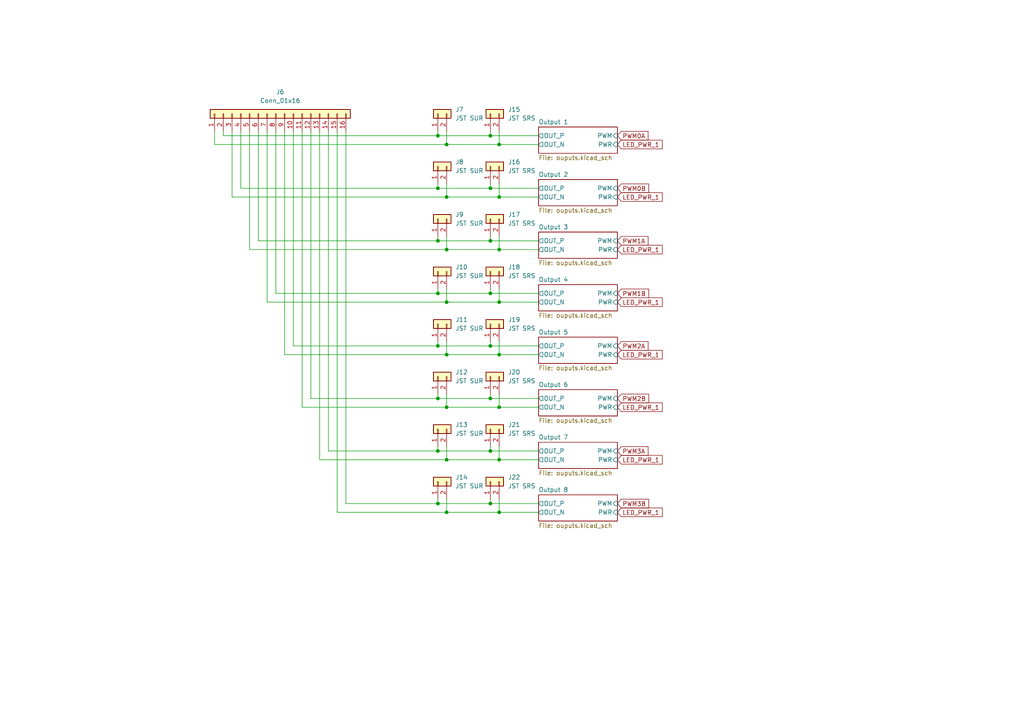
<source format=kicad_sch>
(kicad_sch (version 20230121) (generator eeschema)
  (paper "A4")
  (title_block (title "BrickPico - Open Source LED Controller") (date "2023-12-07") (rev "1.0") (company "Timo Kokkonen <tjko@iki.fi>") (comment 2 "BrickPico-8"))
  (lib_symbols
    (symbol "Connector_Generic:Conn_01x02" (pin_names (offset 1.016) hide)
      (property "Reference" "J" (at 0 2.54 0))
      (property "Value" "Conn_01x02" (at 0 -5.08 0))
      (symbol "Conn_01x02_1_1"
        (rectangle (start -1.27 -2.413) (end 0 -2.667) (stroke (width 0.1524)))
        (rectangle (start -1.27 0.127) (end 0 -0.127) (stroke (width 0.1524)))
        (rectangle (start -1.27 1.27) (end 1.27 -3.81) (stroke (width 0.254)) (fill (type background)))
        (pin passive line (at -5.08 0 0) (length 3.81) (name "Pin_1") (number "1"))
        (pin passive line (at -5.08 -2.54 0) (length 3.81) (name "Pin_2") (number "2"))
      )
    )
    (symbol "Connector_Generic:Conn_01x16" (pin_names (offset 1.016) hide)
      (property "Reference" "J" (at 0 20.32 0))
      (property "Value" "Conn_01x16" (at 0 -22.86 0))
      (symbol "Conn_01x16_1_1"
        (rectangle (start -1.27 -20.193) (end 0 -20.447) (stroke (width 0.1524)))
        (rectangle (start -1.27 -17.653) (end 0 -17.907) (stroke (width 0.1524)))
        (rectangle (start -1.27 -15.113) (end 0 -15.367) (stroke (width 0.1524)))
        (rectangle (start -1.27 -12.573) (end 0 -12.827) (stroke (width 0.1524)))
        (rectangle (start -1.27 -10.033) (end 0 -10.287) (stroke (width 0.1524)))
        (rectangle (start -1.27 -7.493) (end 0 -7.747) (stroke (width 0.1524)))
        (rectangle (start -1.27 -4.953) (end 0 -5.207) (stroke (width 0.1524)))
        (rectangle (start -1.27 -2.413) (end 0 -2.667) (stroke (width 0.1524)))
        (rectangle (start -1.27 0.127) (end 0 -0.127) (stroke (width 0.1524)))
        (rectangle (start -1.27 2.667) (end 0 2.413) (stroke (width 0.1524)))
        (rectangle (start -1.27 5.207) (end 0 4.953) (stroke (width 0.1524)))
        (rectangle (start -1.27 7.747) (end 0 7.493) (stroke (width 0.1524)))
        (rectangle (start -1.27 10.287) (end 0 10.033) (stroke (width 0.1524)))
        (rectangle (start -1.27 12.827) (end 0 12.573) (stroke (width 0.1524)))
        (rectangle (start -1.27 15.367) (end 0 15.113) (stroke (width 0.1524)))
        (rectangle (start -1.27 17.907) (end 0 17.653) (stroke (width 0.1524)))
        (rectangle (start -1.27 19.05) (end 1.27 -21.59) (stroke (width 0.254)) (fill (type background)))
        (pin passive line (at -5.08 17.78 0) (length 3.81) (name "Pin_1") (number "1"))
        (pin passive line (at -5.08 -5.08 0) (length 3.81) (name "Pin_10") (number "10"))
        (pin passive line (at -5.08 -7.62 0) (length 3.81) (name "Pin_11") (number "11"))
        (pin passive line (at -5.08 -10.16 0) (length 3.81) (name "Pin_12") (number "12"))
        (pin passive line (at -5.08 -12.7 0) (length 3.81) (name "Pin_13") (number "13"))
        (pin passive line (at -5.08 -15.24 0) (length 3.81) (name "Pin_14") (number "14"))
        (pin passive line (at -5.08 -17.78 0) (length 3.81) (name "Pin_15") (number "15"))
        (pin passive line (at -5.08 -20.32 0) (length 3.81) (name "Pin_16") (number "16"))
        (pin passive line (at -5.08 15.24 0) (length 3.81) (name "Pin_2") (number "2"))
        (pin passive line (at -5.08 12.7 0) (length 3.81) (name "Pin_3") (number "3"))
        (pin passive line (at -5.08 10.16 0) (length 3.81) (name "Pin_4") (number "4"))
        (pin passive line (at -5.08 7.62 0) (length 3.81) (name "Pin_5") (number "5"))
        (pin passive line (at -5.08 5.08 0) (length 3.81) (name "Pin_6") (number "6"))
        (pin passive line (at -5.08 2.54 0) (length 3.81) (name "Pin_7") (number "7"))
        (pin passive line (at -5.08 0 0) (length 3.81) (name "Pin_8") (number "8"))
        (pin passive line (at -5.08 -2.54 0) (length 3.81) (name "Pin_9") (number "9"))
      )
    )
  )
  (junction (at 142.24 130.81))
  (junction (at 127 69.85))
  (junction (at 144.78 118.11))
  (junction (at 127 39.37))
  (junction (at 144.78 133.35))
  (junction (at 129.54 148.59))
  (junction (at 127 115.57))
  (junction (at 127 100.33))
  (junction (at 129.54 87.63))
  (junction (at 127 146.05))
  (junction (at 127 130.81))
  (junction (at 144.78 102.87))
  (junction (at 129.54 102.87))
  (junction (at 144.78 87.63))
  (junction (at 144.78 72.39))
  (junction (at 129.54 118.11))
  (junction (at 129.54 57.15))
  (junction (at 129.54 72.39))
  (junction (at 142.24 85.09))
  (junction (at 142.24 146.05))
  (junction (at 142.24 39.37))
  (junction (at 144.78 57.15))
  (junction (at 142.24 100.33))
  (junction (at 142.24 69.85))
  (junction (at 129.54 41.91))
  (junction (at 129.54 133.35))
  (junction (at 142.24 54.61))
  (junction (at 144.78 148.59))
  (junction (at 144.78 41.91))
  (junction (at 142.24 115.57))
  (junction (at 127 85.09))
  (junction (at 127 54.61))
  (wire (pts (xy 142.24 114.3) (xy 142.24 115.57)))
  (wire (pts (xy 127 130.81) (xy 142.24 130.81)))
  (wire (pts (xy 127 146.05) (xy 127 144.78)))
  (wire (pts (xy 129.54 87.63) (xy 129.54 83.82)))
  (wire (pts (xy 144.78 118.11) (xy 156.21 118.11)))
  (wire (pts (xy 127 69.85) (xy 127 68.58)))
  (wire (pts (xy 127 115.57) (xy 142.24 115.57)))
  (wire (pts (xy 129.54 102.87) (xy 144.78 102.87)))
  (wire (pts (xy 80.01 85.09) (xy 127 85.09)))
  (wire (pts (xy 129.54 118.11) (xy 144.78 118.11)))
  (wire (pts (xy 127 85.09) (xy 142.24 85.09)))
  (wire (pts (xy 92.71 133.35) (xy 129.54 133.35)))
  (wire (pts (xy 142.24 100.33) (xy 156.21 100.33)))
  (wire (pts (xy 129.54 41.91) (xy 129.54 38.1)))
  (wire (pts (xy 87.63 118.11) (xy 129.54 118.11)))
  (wire (pts (xy 129.54 87.63) (xy 144.78 87.63)))
  (wire (pts (xy 100.33 146.05) (xy 127 146.05)))
  (wire (pts (xy 74.93 69.85) (xy 127 69.85)))
  (wire (pts (xy 129.54 57.15) (xy 144.78 57.15)))
  (wire (pts (xy 69.85 38.1) (xy 69.85 54.61)))
  (wire (pts (xy 87.63 38.1) (xy 87.63 118.11)))
  (wire (pts (xy 129.54 57.15) (xy 129.54 53.34)))
  (wire (pts (xy 142.24 38.1) (xy 142.24 39.37)))
  (wire (pts (xy 144.78 102.87) (xy 156.21 102.87)))
  (wire (pts (xy 129.54 41.91) (xy 144.78 41.91)))
  (wire (pts (xy 127 39.37) (xy 142.24 39.37)))
  (wire (pts (xy 100.33 38.1) (xy 100.33 146.05)))
  (wire (pts (xy 144.78 38.1) (xy 144.78 41.91)))
  (wire (pts (xy 142.24 69.85) (xy 156.21 69.85)))
  (wire (pts (xy 85.09 38.1) (xy 85.09 100.33)))
  (wire (pts (xy 144.78 53.34) (xy 144.78 57.15)))
  (wire (pts (xy 129.54 72.39) (xy 144.78 72.39)))
  (wire (pts (xy 142.24 39.37) (xy 156.21 39.37)))
  (wire (pts (xy 144.78 87.63) (xy 156.21 87.63)))
  (wire (pts (xy 129.54 102.87) (xy 129.54 99.06)))
  (wire (pts (xy 127 146.05) (xy 142.24 146.05)))
  (wire (pts (xy 142.24 68.58) (xy 142.24 69.85)))
  (wire (pts (xy 97.79 38.1) (xy 97.79 148.59)))
  (wire (pts (xy 67.31 38.1) (xy 67.31 57.15)))
  (wire (pts (xy 142.24 146.05) (xy 156.21 146.05)))
  (wire (pts (xy 142.24 54.61) (xy 156.21 54.61)))
  (wire (pts (xy 95.25 38.1) (xy 95.25 130.81)))
  (wire (pts (xy 142.24 130.81) (xy 156.21 130.81)))
  (wire (pts (xy 74.93 38.1) (xy 74.93 69.85)))
  (wire (pts (xy 97.79 148.59) (xy 129.54 148.59)))
  (wire (pts (xy 64.77 39.37) (xy 127 39.37)))
  (wire (pts (xy 69.85 54.61) (xy 127 54.61)))
  (wire (pts (xy 142.24 53.34) (xy 142.24 54.61)))
  (wire (pts (xy 129.54 148.59) (xy 144.78 148.59)))
  (wire (pts (xy 144.78 133.35) (xy 156.21 133.35)))
  (wire (pts (xy 144.78 114.3) (xy 144.78 118.11)))
  (wire (pts (xy 144.78 72.39) (xy 156.21 72.39)))
  (wire (pts (xy 127 85.09) (xy 127 83.82)))
  (wire (pts (xy 92.71 38.1) (xy 92.71 133.35)))
  (wire (pts (xy 144.78 83.82) (xy 144.78 87.63)))
  (wire (pts (xy 142.24 85.09) (xy 156.21 85.09)))
  (wire (pts (xy 144.78 144.78) (xy 144.78 148.59)))
  (wire (pts (xy 90.17 115.57) (xy 127 115.57)))
  (wire (pts (xy 142.24 83.82) (xy 142.24 85.09)))
  (wire (pts (xy 129.54 118.11) (xy 129.54 114.3)))
  (wire (pts (xy 129.54 72.39) (xy 129.54 68.58)))
  (wire (pts (xy 67.31 57.15) (xy 129.54 57.15)))
  (wire (pts (xy 95.25 130.81) (xy 127 130.81)))
  (wire (pts (xy 72.39 72.39) (xy 129.54 72.39)))
  (wire (pts (xy 77.47 38.1) (xy 77.47 87.63)))
  (wire (pts (xy 142.24 129.54) (xy 142.24 130.81)))
  (wire (pts (xy 127 100.33) (xy 142.24 100.33)))
  (wire (pts (xy 144.78 148.59) (xy 156.21 148.59)))
  (wire (pts (xy 127 69.85) (xy 142.24 69.85)))
  (wire (pts (xy 85.09 100.33) (xy 127 100.33)))
  (wire (pts (xy 142.24 115.57) (xy 156.21 115.57)))
  (wire (pts (xy 64.77 39.37) (xy 64.77 38.1)))
  (wire (pts (xy 144.78 41.91) (xy 156.21 41.91)))
  (wire (pts (xy 127 130.81) (xy 127 129.54)))
  (wire (pts (xy 129.54 148.59) (xy 129.54 144.78)))
  (wire (pts (xy 82.55 102.87) (xy 129.54 102.87)))
  (wire (pts (xy 144.78 129.54) (xy 144.78 133.35)))
  (wire (pts (xy 62.23 41.91) (xy 129.54 41.91)))
  (wire (pts (xy 127 54.61) (xy 127 53.34)))
  (wire (pts (xy 80.01 38.1) (xy 80.01 85.09)))
  (wire (pts (xy 129.54 133.35) (xy 144.78 133.35)))
  (wire (pts (xy 90.17 38.1) (xy 90.17 115.57)))
  (wire (pts (xy 77.47 87.63) (xy 129.54 87.63)))
  (wire (pts (xy 82.55 38.1) (xy 82.55 102.87)))
  (wire (pts (xy 144.78 57.15) (xy 156.21 57.15)))
  (wire (pts (xy 127 39.37) (xy 127 38.1)))
  (wire (pts (xy 127 100.33) (xy 127 99.06)))
  (wire (pts (xy 62.23 41.91) (xy 62.23 38.1)))
  (wire (pts (xy 142.24 144.78) (xy 142.24 146.05)))
  (wire (pts (xy 144.78 99.06) (xy 144.78 102.87)))
  (wire (pts (xy 127 115.57) (xy 127 114.3)))
  (wire (pts (xy 142.24 99.06) (xy 142.24 100.33)))
  (wire (pts (xy 129.54 133.35) (xy 129.54 129.54)))
  (wire (pts (xy 127 54.61) (xy 142.24 54.61)))
  (wire (pts (xy 144.78 68.58) (xy 144.78 72.39)))
  (wire (pts (xy 72.39 38.1) (xy 72.39 72.39)))
  (text "${SHEETNAME}" (at 35.56 22.86 0) (effects (font (size 3 3)) (justify left bottom)))
  (global_label "LED_PWR_1" (shape input) (at 179.07 102.87 0) (property "Intersheetrefs" "${INTERSHEET_REFS}" (effects hide)))
  (global_label "PWM0A" (shape input) (at 179.07 39.37 0) (property "Intersheetrefs" "${INTERSHEET_REFS}" (effects hide)))
  (global_label "LED_PWR_1" (shape input) (at 179.07 72.39 0) (property "Intersheetrefs" "${INTERSHEET_REFS}" (effects hide)))
  (global_label "LED_PWR_1" (shape input) (at 179.07 133.35 0) (property "Intersheetrefs" "${INTERSHEET_REFS}" (effects hide)))
  (global_label "PWM3B" (shape input) (at 179.07 146.05 0) (property "Intersheetrefs" "${INTERSHEET_REFS}" (effects hide)))
  (global_label "PWM3A" (shape input) (at 179.07 130.81 0) (property "Intersheetrefs" "${INTERSHEET_REFS}" (effects hide)))
  (global_label "LED_PWR_1" (shape input) (at 179.07 87.63 0) (property "Intersheetrefs" "${INTERSHEET_REFS}" (effects hide)))
  (global_label "LED_PWR_1" (shape input) (at 179.07 148.59 0) (property "Intersheetrefs" "${INTERSHEET_REFS}" (effects hide)))
  (global_label "PWM1A" (shape input) (at 179.07 69.85 0) (property "Intersheetrefs" "${INTERSHEET_REFS}" (effects hide)))
  (global_label "LED_PWR_1" (shape input) (at 179.07 57.15 0) (property "Intersheetrefs" "${INTERSHEET_REFS}" (effects hide)))
  (global_label "PWM2B" (shape input) (at 179.07 115.57 0) (property "Intersheetrefs" "${INTERSHEET_REFS}" (effects hide)))
  (global_label "LED_PWR_1" (shape input) (at 179.07 41.91 0) (property "Intersheetrefs" "${INTERSHEET_REFS}" (effects hide)))
  (global_label "LED_PWR_1" (shape input) (at 179.07 118.11 0) (property "Intersheetrefs" "${INTERSHEET_REFS}" (effects hide)))
  (global_label "PWM0B" (shape input) (at 179.07 54.61 0) (property "Intersheetrefs" "${INTERSHEET_REFS}" (effects hide)))
  (global_label "PWM1B" (shape input) (at 179.07 85.09 0) (property "Intersheetrefs" "${INTERSHEET_REFS}" (effects hide)))
  (global_label "PWM2A" (shape input) (at 179.07 100.33 0) (property "Intersheetrefs" "${INTERSHEET_REFS}" (effects hide)))
  (symbol (lib_id "Connector_Generic:Conn_01x02") (at 142.24 139.7 90) (unit 1)
    (property "Reference" "J22" (at 147.32 138.43 90) (effects (justify right)))
    (property "Value" "JST SRS" (at 147.32 140.97 90) (effects (justify right)))
    (property "Footprint" "Connector_JST:JST_SH_BM02B-SRSS-TB_1x02-1MP_P1.00mm_Vertical" (effects hide))
    (property "LCSC Part Number" "C160388" (effects hide))
  )
  (symbol (lib_id "Connector_Generic:Conn_01x02") (at 142.24 63.5 90) (unit 1)
    (property "Reference" "J17" (at 147.32 62.23 90) (effects (justify right)))
    (property "Value" "JST SRS" (at 147.32 64.77 90) (effects (justify right)))
    (property "Footprint" "Connector_JST:JST_SH_BM02B-SRSS-TB_1x02-1MP_P1.00mm_Vertical" (effects hide))
    (property "LCSC Part Number" "C160388" (effects hide))
  )
  (symbol (lib_id "Connector_Generic:Conn_01x02") (at 142.24 109.22 90) (unit 1)
    (property "Reference" "J20" (at 147.32 107.95 90) (effects (justify right)))
    (property "Value" "JST SRS" (at 147.32 110.49 90) (effects (justify right)))
    (property "Footprint" "Connector_JST:JST_SH_BM02B-SRSS-TB_1x02-1MP_P1.00mm_Vertical" (effects hide))
    (property "LCSC Part Number" "C160388" (effects hide))
  )
  (symbol (lib_id "Connector_Generic:Conn_01x02") (at 127 124.46 90) (unit 1)
    (property "Reference" "J13" (at 132.08 123.19 90) (effects (justify right)))
    (property "Value" "JST SUR" (at 132.08 125.73 90) (effects (justify right)))
    (property "Footprint" "Connector_JST:JST_SUR_BM02B-SURS-TF_1x02-1MP_P0.80mm_Vertical" (effects hide))
    (property "LCSC Part Number" "C385130" (effects hide))
  )
  (symbol (lib_id "Connector_Generic:Conn_01x02") (at 127 139.7 90) (unit 1)
    (property "Reference" "J14" (at 132.08 138.43 90) (effects (justify right)))
    (property "Value" "JST SUR" (at 132.08 140.97 90) (effects (justify right)))
    (property "Footprint" "Connector_JST:JST_SUR_BM02B-SURS-TF_1x02-1MP_P0.80mm_Vertical" (effects hide))
    (property "LCSC Part Number" "C385130" (effects hide))
  )
  (symbol (lib_id "Connector_Generic:Conn_01x02") (at 127 33.02 90) (unit 1)
    (property "Reference" "J7" (at 132.08 31.75 90) (effects (justify right)))
    (property "Value" "JST SUR" (at 132.08 34.29 90) (effects (justify right)))
    (property "Footprint" "Connector_JST:JST_SUR_BM02B-SURS-TF_1x02-1MP_P0.80mm_Vertical" (effects hide))
    (property "LCSC Part Number" "C385130" (effects hide))
  )
  (symbol (lib_id "Connector_Generic:Conn_01x02") (at 142.24 33.02 90) (unit 1)
    (property "Reference" "J15" (at 147.32 31.75 90) (effects (justify right)))
    (property "Value" "JST SRS" (at 147.32 34.29 90) (effects (justify right)))
    (property "Footprint" "Connector_JST:JST_SH_BM02B-SRSS-TB_1x02-1MP_P1.00mm_Vertical" (effects hide))
    (property "LCSC Part Number" "C160388" (effects hide))
  )
  (symbol (lib_id "Connector_Generic:Conn_01x02") (at 127 63.5 90) (unit 1)
    (property "Reference" "J9" (at 132.08 62.23 90) (effects (justify right)))
    (property "Value" "JST SUR" (at 132.08 64.77 90) (effects (justify right)))
    (property "Footprint" "Connector_JST:JST_SUR_BM02B-SURS-TF_1x02-1MP_P0.80mm_Vertical" (effects hide))
    (property "LCSC Part Number" "C385130" (effects hide))
  )
  (symbol (lib_id "Connector_Generic:Conn_01x02") (at 142.24 124.46 90) (unit 1)
    (property "Reference" "J21" (at 147.32 123.19 90) (effects (justify right)))
    (property "Value" "JST SRS" (at 147.32 125.73 90) (effects (justify right)))
    (property "Footprint" "Connector_JST:JST_SH_BM02B-SRSS-TB_1x02-1MP_P1.00mm_Vertical" (effects hide))
    (property "LCSC Part Number" "C160388" (effects hide))
  )
  (symbol (lib_id "Connector_Generic:Conn_01x02") (at 142.24 93.98 90) (unit 1)
    (property "Reference" "J19" (at 147.32 92.71 90) (effects (justify right)))
    (property "Value" "JST SRS" (at 147.32 95.25 90) (effects (justify right)))
    (property "Footprint" "Connector_JST:JST_SH_BM02B-SRSS-TB_1x02-1MP_P1.00mm_Vertical" (effects hide))
    (property "LCSC Part Number" "C160388" (effects hide))
  )
  (symbol (lib_id "Connector_Generic:Conn_01x16") (at 80.01 33.02 90) (unit 1)
    (property "Reference" "J6" (at 81.28 26.67 90))
    (property "Value" "Conn_01x16" (at 81.28 29.21 90))
    (property "Footprint" "Connector_PinHeader_2.54mm:PinHeader_1x16_P2.54mm_Vertical" (effects hide))
    (property "LCSC Part Number" "C2894939" (effects hide))
  )
  (symbol (lib_id "Connector_Generic:Conn_01x02") (at 142.24 48.26 90) (unit 1)
    (property "Reference" "J16" (at 147.32 46.99 90) (effects (justify right)))
    (property "Value" "JST SRS" (at 147.32 49.53 90) (effects (justify right)))
    (property "Footprint" "Connector_JST:JST_SH_BM02B-SRSS-TB_1x02-1MP_P1.00mm_Vertical" (effects hide))
    (property "LCSC Part Number" "C160388" (effects hide))
  )
  (symbol (lib_id "Connector_Generic:Conn_01x02") (at 127 78.74 90) (unit 1)
    (property "Reference" "J10" (at 132.08 77.47 90) (effects (justify right)))
    (property "Value" "JST SUR" (at 132.08 80.01 90) (effects (justify right)))
    (property "Footprint" "Connector_JST:JST_SUR_BM02B-SURS-TF_1x02-1MP_P0.80mm_Vertical" (effects hide))
    (property "LCSC Part Number" "C385130" (effects hide))
  )
  (symbol (lib_id "Connector_Generic:Conn_01x02") (at 127 93.98 90) (unit 1)
    (property "Reference" "J11" (at 132.08 92.71 90) (effects (justify right)))
    (property "Value" "JST SUR" (at 132.08 95.25 90) (effects (justify right)))
    (property "Footprint" "Connector_JST:JST_SUR_BM02B-SURS-TF_1x02-1MP_P0.80mm_Vertical" (effects hide))
    (property "LCSC Part Number" "C385130" (effects hide))
  )
  (symbol (lib_id "Connector_Generic:Conn_01x02") (at 127 109.22 90) (unit 1)
    (property "Reference" "J12" (at 132.08 107.95 90) (effects (justify right)))
    (property "Value" "JST SUR" (at 132.08 110.49 90) (effects (justify right)))
    (property "Footprint" "Connector_JST:JST_SUR_BM02B-SURS-TF_1x02-1MP_P0.80mm_Vertical" (effects hide))
    (property "LCSC Part Number" "C385130" (effects hide))
  )
  (symbol (lib_id "Connector_Generic:Conn_01x02") (at 127 48.26 90) (unit 1)
    (property "Reference" "J8" (at 132.08 46.99 90) (effects (justify right)))
    (property "Value" "JST SUR" (at 132.08 49.53 90) (effects (justify right)))
    (property "Footprint" "Connector_JST:JST_SUR_BM02B-SURS-TF_1x02-1MP_P0.80mm_Vertical" (effects hide))
    (property "LCSC Part Number" "C385130" (effects hide))
  )
  (symbol (lib_id "Connector_Generic:Conn_01x02") (at 142.24 78.74 90) (unit 1)
    (property "Reference" "J18" (at 147.32 77.47 90) (effects (justify right)))
    (property "Value" "JST SRS" (at 147.32 80.01 90) (effects (justify right)))
    (property "Footprint" "Connector_JST:JST_SH_BM02B-SRSS-TB_1x02-1MP_P1.00mm_Vertical" (effects hide))
    (property "LCSC Part Number" "C160388" (effects hide))
  )
  (sheet (at 156.21 52.07) (size 22.86 7.62) (stroke (width 0.1524))
    (property "Sheetname" "Output 2" (at 156.21 51.3584 0) (effects (justify left bottom)))
    (property "Sheetfile" "ouputs.kicad_sch" (at 156.21 60.2746 0) (effects (justify left top)))
    (pin "OUT_P" output (at 156.21 54.61 180))
    (pin "OUT_N" output (at 156.21 57.15 180))
    (pin "PWM" input (at 179.07 54.61 0))
    (pin "PWR" input (at 179.07 57.15 0))
  )
  (sheet (at 156.21 143.51) (size 22.86 7.62) (stroke (width 0.1524))
    (property "Sheetname" "Output 8" (at 156.21 142.7984 0) (effects (justify left bottom)))
    (property "Sheetfile" "ouputs.kicad_sch" (at 156.21 151.7146 0) (effects (justify left top)))
    (pin "OUT_P" output (at 156.21 146.05 180))
    (pin "OUT_N" output (at 156.21 148.59 180))
    (pin "PWM" input (at 179.07 146.05 0))
    (pin "PWR" input (at 179.07 148.59 0))
  )
  (sheet (at 156.21 128.27) (size 22.86 7.62) (stroke (width 0.1524))
    (property "Sheetname" "Output 7" (at 156.21 127.5584 0) (effects (justify left bottom)))
    (property "Sheetfile" "ouputs.kicad_sch" (at 156.21 136.4746 0) (effects (justify left top)))
    (pin "OUT_P" output (at 156.21 130.81 180))
    (pin "OUT_N" output (at 156.21 133.35 180))
    (pin "PWM" input (at 179.07 130.81 0))
    (pin "PWR" input (at 179.07 133.35 0))
  )
  (sheet (at 156.21 67.31) (size 22.86 7.62) (stroke (width 0.1524))
    (property "Sheetname" "Output 3" (at 156.21 66.5984 0) (effects (justify left bottom)))
    (property "Sheetfile" "ouputs.kicad_sch" (at 156.21 75.5146 0) (effects (justify left top)))
    (pin "OUT_P" output (at 156.21 69.85 180))
    (pin "OUT_N" output (at 156.21 72.39 180))
    (pin "PWM" input (at 179.07 69.85 0))
    (pin "PWR" input (at 179.07 72.39 0))
  )
  (sheet (at 156.21 97.79) (size 22.86 7.62) (stroke (width 0.1524))
    (property "Sheetname" "Output 5" (at 156.21 97.0784 0) (effects (justify left bottom)))
    (property "Sheetfile" "ouputs.kicad_sch" (at 156.21 105.9946 0) (effects (justify left top)))
    (pin "OUT_P" output (at 156.21 100.33 180))
    (pin "OUT_N" output (at 156.21 102.87 180))
    (pin "PWM" input (at 179.07 100.33 0))
    (pin "PWR" input (at 179.07 102.87 0))
  )
  (sheet (at 156.21 113.03) (size 22.86 7.62) (stroke (width 0.1524))
    (property "Sheetname" "Output 6" (at 156.21 112.3184 0) (effects (justify left bottom)))
    (property "Sheetfile" "ouputs.kicad_sch" (at 156.21 121.2346 0) (effects (justify left top)))
    (pin "OUT_P" output (at 156.21 115.57 180))
    (pin "OUT_N" output (at 156.21 118.11 180))
    (pin "PWM" input (at 179.07 115.57 0))
    (pin "PWR" input (at 179.07 118.11 0))
  )
  (sheet (at 156.21 36.83) (size 22.86 7.62) (stroke (width 0.1524))
    (property "Sheetname" "Output 1" (at 156.21 36.1184 0) (effects (justify left bottom)))
    (property "Sheetfile" "ouputs.kicad_sch" (at 156.21 45.0346 0) (effects (justify left top)))
    (pin "OUT_P" output (at 156.21 39.37 180))
    (pin "OUT_N" output (at 156.21 41.91 180))
    (pin "PWM" input (at 179.07 39.37 0))
    (pin "PWR" input (at 179.07 41.91 0))
  )
  (sheet (at 156.21 82.55) (size 22.86 7.62) (stroke (width 0.1524))
    (property "Sheetname" "Output 4" (at 156.21 81.8384 0) (effects (justify left bottom)))
    (property "Sheetfile" "ouputs.kicad_sch" (at 156.21 90.7546 0) (effects (justify left top)))
    (pin "OUT_P" output (at 156.21 85.09 180))
    (pin "OUT_N" output (at 156.21 87.63 180))
    (pin "PWM" input (at 179.07 85.09 0))
    (pin "PWR" input (at 179.07 87.63 0))
  )
)
</source>
